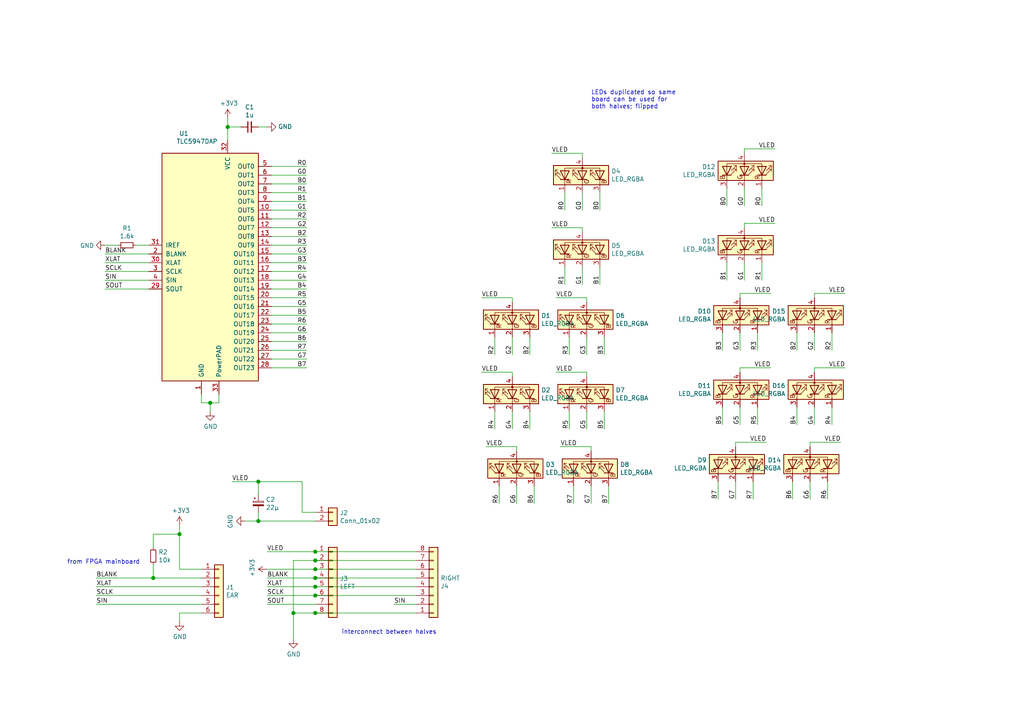
<source format=kicad_sch>
(kicad_sch (version 20210126) (generator eeschema)
  (paper "A4")
  (lib_symbols
    (symbol "Connector_Generic:Conn_01x02" (pin_names (offset 1.016) hide)
      (property "Reference" "J" (at 0 2.54 0))
      (property "Value" "Conn_01x02" (at 0 -5.08 0))
      (symbol "Conn_01x02_1_1"
        (rectangle (start -1.27 -2.413) (end 0 -2.667) (stroke (width 0.1524)))
        (rectangle (start -1.27 0.127) (end 0 -0.127) (stroke (width 0.1524)))
        (rectangle (start -1.27 1.27) (end 1.27 -3.81) (stroke (width 0.254)) (fill (type background)))
        (pin passive line (at -5.08 0 0) (length 3.81) (name "Pin_1") (number "1"))
        (pin passive line (at -5.08 -2.54 0) (length 3.81) (name "Pin_2") (number "2"))
      )
    )
    (symbol "Connector_Generic:Conn_01x06" (pin_names (offset 1.016) hide)
      (property "Reference" "J" (at 0 7.62 0))
      (property "Value" "Conn_01x06" (at 0 -10.16 0))
      (symbol "Conn_01x06_1_1"
        (rectangle (start -1.27 -4.953) (end 0 -5.207) (stroke (width 0.1524)))
        (rectangle (start -1.27 -7.493) (end 0 -7.747) (stroke (width 0.1524)))
        (rectangle (start -1.27 -2.413) (end 0 -2.667) (stroke (width 0.1524)))
        (rectangle (start -1.27 2.667) (end 0 2.413) (stroke (width 0.1524)))
        (rectangle (start -1.27 5.207) (end 0 4.953) (stroke (width 0.1524)))
        (rectangle (start -1.27 6.35) (end 1.27 -8.89) (stroke (width 0.254)) (fill (type background)))
        (rectangle (start -1.27 0.127) (end 0 -0.127) (stroke (width 0.1524)))
        (pin passive line (at -5.08 5.08 0) (length 3.81) (name "Pin_1") (number "1"))
        (pin passive line (at -5.08 2.54 0) (length 3.81) (name "Pin_2") (number "2"))
        (pin passive line (at -5.08 0 0) (length 3.81) (name "Pin_3") (number "3"))
        (pin passive line (at -5.08 -2.54 0) (length 3.81) (name "Pin_4") (number "4"))
        (pin passive line (at -5.08 -5.08 0) (length 3.81) (name "Pin_5") (number "5"))
        (pin passive line (at -5.08 -7.62 0) (length 3.81) (name "Pin_6") (number "6"))
      )
    )
    (symbol "Connector_Generic:Conn_01x08" (pin_names (offset 1.016) hide)
      (property "Reference" "J" (at 0 10.16 0))
      (property "Value" "Conn_01x08" (at 0 -12.7 0))
      (symbol "Conn_01x08_1_1"
        (rectangle (start -1.27 -4.953) (end 0 -5.207) (stroke (width 0.1524)))
        (rectangle (start -1.27 -7.493) (end 0 -7.747) (stroke (width 0.1524)))
        (rectangle (start -1.27 -10.033) (end 0 -10.287) (stroke (width 0.1524)))
        (rectangle (start -1.27 -2.413) (end 0 -2.667) (stroke (width 0.1524)))
        (rectangle (start -1.27 2.667) (end 0 2.413) (stroke (width 0.1524)))
        (rectangle (start -1.27 5.207) (end 0 4.953) (stroke (width 0.1524)))
        (rectangle (start -1.27 7.747) (end 0 7.493) (stroke (width 0.1524)))
        (rectangle (start -1.27 8.89) (end 1.27 -11.43) (stroke (width 0.254)) (fill (type background)))
        (rectangle (start -1.27 0.127) (end 0 -0.127) (stroke (width 0.1524)))
        (pin passive line (at -5.08 7.62 0) (length 3.81) (name "Pin_1") (number "1"))
        (pin passive line (at -5.08 5.08 0) (length 3.81) (name "Pin_2") (number "2"))
        (pin passive line (at -5.08 2.54 0) (length 3.81) (name "Pin_3") (number "3"))
        (pin passive line (at -5.08 0 0) (length 3.81) (name "Pin_4") (number "4"))
        (pin passive line (at -5.08 -2.54 0) (length 3.81) (name "Pin_5") (number "5"))
        (pin passive line (at -5.08 -5.08 0) (length 3.81) (name "Pin_6") (number "6"))
        (pin passive line (at -5.08 -7.62 0) (length 3.81) (name "Pin_7") (number "7"))
        (pin passive line (at -5.08 -10.16 0) (length 3.81) (name "Pin_8") (number "8"))
      )
    )
    (symbol "Device:C_Polarized_Small" (pin_numbers hide) (pin_names (offset 0.254) hide)
      (property "Reference" "C" (at 0.254 1.778 0))
      (property "Value" "C_Polarized_Small" (at 0.254 -2.032 0))
      (symbol "C_Polarized_Small_0_1"
        (rectangle (start -1.524 -0.3048) (end 1.524 -0.6858) (fill (type outline)))
        (rectangle (start -1.524 0.6858) (end 1.524 0.3048))
        (polyline (pts (xy -1.27 1.524) (xy -0.762 1.524)))
        (polyline (pts (xy -1.016 1.27) (xy -1.016 1.778)))
      )
      (symbol "C_Polarized_Small_1_1"
        (pin passive line (at 0 2.54 270) (length 1.8542) (name "~") (number "1"))
        (pin passive line (at 0 -2.54 90) (length 1.8542) (name "~") (number "2"))
      )
    )
    (symbol "Device:C_Small" (pin_numbers hide) (pin_names (offset 0.254) hide)
      (property "Reference" "C" (at 0.254 1.778 0))
      (property "Value" "C_Small" (at 0.254 -2.032 0))
      (symbol "C_Small_0_1"
        (polyline (pts (xy -1.524 -0.508) (xy 1.524 -0.508)) (stroke (width 0.3302)))
        (polyline (pts (xy -1.524 0.508) (xy 1.524 0.508)) (stroke (width 0.3048)))
      )
      (symbol "C_Small_1_1"
        (pin passive line (at 0 2.54 270) (length 2.032) (name "~") (number "1"))
        (pin passive line (at 0 -2.54 90) (length 2.032) (name "~") (number "2"))
      )
    )
    (symbol "Device:LED_RGBA" (pin_names (offset 0) hide)
      (property "Reference" "D" (at 0 9.398 0))
      (property "Value" "LED_RGBA" (at 0 -8.89 0))
      (symbol "LED_RGBA_0_0"
        (text "B" (at -1.905 -6.35 0) (effects (font (size 1.27 1.27))))
        (text "G" (at -1.905 -1.27 0) (effects (font (size 1.27 1.27))))
        (text "R" (at -1.905 3.81 0) (effects (font (size 1.27 1.27))))
      )
      (symbol "LED_RGBA_0_1"
        (circle (center 2.032 0) (radius 0.254) (fill (type outline)))
        (rectangle (start 1.27 -1.27) (end 1.27 1.27))
        (rectangle (start 1.27 1.27) (end 1.27 1.27))
        (rectangle (start 1.27 3.81) (end 1.27 6.35))
        (rectangle (start 1.27 6.35) (end 1.27 6.35))
        (rectangle (start 2.794 8.382) (end -2.794 -7.62) (stroke (width 0.254)) (fill (type background)))
        (polyline (pts (xy -1.27 -5.08) (xy -2.54 -5.08)))
        (polyline (pts (xy -1.27 -5.08) (xy 1.27 -5.08)))
        (polyline (pts (xy -1.27 -3.81) (xy -1.27 -6.35)) (stroke (width 0.254)))
        (polyline (pts (xy -1.27 0) (xy -2.54 0)))
        (polyline (pts (xy -1.27 1.27) (xy -1.27 -1.27)) (stroke (width 0.254)))
        (polyline (pts (xy -1.27 5.08) (xy -2.54 5.08)))
        (polyline (pts (xy -1.27 5.08) (xy 1.27 5.08)))
        (polyline (pts (xy -1.27 6.35) (xy -1.27 3.81)) (stroke (width 0.254)))
        (polyline (pts (xy 1.27 0) (xy -1.27 0)))
        (polyline (pts (xy 1.27 0) (xy 2.54 0)))
        (polyline (pts (xy -1.27 1.27) (xy -1.27 -1.27) (xy -1.27 -1.27)))
        (polyline (pts (xy -1.27 6.35) (xy -1.27 3.81) (xy -1.27 3.81)))
        (polyline (pts (xy 1.27 -5.08) (xy 2.032 -5.08) (xy 2.032 5.08) (xy 1.27 5.08)))
        (polyline (pts (xy 1.27 -3.81) (xy 1.27 -6.35) (xy -1.27 -5.08) (xy 1.27 -3.81)) (stroke (width 0.254)))
        (polyline (pts (xy 1.27 1.27) (xy 1.27 -1.27) (xy -1.27 0) (xy 1.27 1.27)) (stroke (width 0.254)))
        (polyline (pts (xy 1.27 6.35) (xy 1.27 3.81) (xy -1.27 5.08) (xy 1.27 6.35)) (stroke (width 0.254)))
        (polyline (pts (xy -1.016 -3.81) (xy 0.508 -2.286) (xy -0.254 -2.286) (xy 0.508 -2.286) (xy 0.508 -3.048)))
        (polyline (pts (xy -1.016 1.27) (xy 0.508 2.794) (xy -0.254 2.794) (xy 0.508 2.794) (xy 0.508 2.032)))
        (polyline (pts (xy -1.016 6.35) (xy 0.508 7.874) (xy -0.254 7.874) (xy 0.508 7.874) (xy 0.508 7.112)))
        (polyline (pts (xy 0 -3.81) (xy 1.524 -2.286) (xy 0.762 -2.286) (xy 1.524 -2.286) (xy 1.524 -3.048)))
        (polyline (pts (xy 0 1.27) (xy 1.524 2.794) (xy 0.762 2.794) (xy 1.524 2.794) (xy 1.524 2.032)))
        (polyline (pts (xy 0 6.35) (xy 1.524 7.874) (xy 0.762 7.874) (xy 1.524 7.874) (xy 1.524 7.112)))
      )
      (symbol "LED_RGBA_1_1"
        (pin passive line (at -5.08 5.08 0) (length 2.54) (name "RK") (number "1"))
        (pin passive line (at -5.08 0 0) (length 2.54) (name "GK") (number "2"))
        (pin passive line (at -5.08 -5.08 0) (length 2.54) (name "BK") (number "3"))
        (pin passive line (at 5.08 0 180) (length 2.54) (name "A") (number "4"))
      )
    )
    (symbol "Device:R_Small" (pin_numbers hide) (pin_names (offset 0.254) hide)
      (property "Reference" "R" (at 0.762 0.508 0))
      (property "Value" "R_Small" (at 0.762 -1.016 0))
      (symbol "R_Small_0_1"
        (rectangle (start -0.762 1.778) (end 0.762 -1.778) (stroke (width 0.2032)))
      )
      (symbol "R_Small_1_1"
        (pin passive line (at 0 2.54 270) (length 0.762) (name "~") (number "1"))
        (pin passive line (at 0 -2.54 90) (length 0.762) (name "~") (number "2"))
      )
    )
    (symbol "Driver_LED:TLC5947DAP" (pin_names (offset 1.016))
      (property "Reference" "U" (at -13.97 38.1 0))
      (property "Value" "TLC5947DAP" (at -13.97 35.56 0))
      (symbol "TLC5947DAP_0_1"
        (rectangle (start -13.97 34.29) (end 13.97 -31.75) (stroke (width 0.254)) (fill (type background)))
        (pin power_in line (at -2.54 -35.56 90) (length 3.81) (name "GND") (number "1"))
        (pin output line (at 17.78 17.78 180) (length 3.81) (name "OUT5") (number "10"))
        (pin output line (at 17.78 15.24 180) (length 3.81) (name "OUT6") (number "11"))
        (pin output line (at 17.78 12.7 180) (length 3.81) (name "OUT7") (number "12"))
        (pin output line (at 17.78 10.16 180) (length 3.81) (name "OUT8") (number "13"))
        (pin output line (at 17.78 7.62 180) (length 3.81) (name "OUT9") (number "14"))
        (pin output line (at 17.78 5.08 180) (length 3.81) (name "OUT10") (number "15"))
        (pin output line (at 17.78 2.54 180) (length 3.81) (name "OUT11") (number "16"))
        (pin output line (at 17.78 0 180) (length 3.81) (name "OUT12") (number "17"))
        (pin output line (at 17.78 -2.54 180) (length 3.81) (name "OUT13") (number "18"))
        (pin output line (at 17.78 -5.08 180) (length 3.81) (name "OUT14") (number "19"))
        (pin input line (at -17.78 5.08 0) (length 3.81) (name "BLANK") (number "2"))
        (pin output line (at 17.78 -7.62 180) (length 3.81) (name "OUT15") (number "20"))
        (pin output line (at 17.78 -10.16 180) (length 3.81) (name "OUT16") (number "21"))
        (pin output line (at 17.78 -12.7 180) (length 3.81) (name "OUT17") (number "22"))
        (pin output line (at 17.78 -15.24 180) (length 3.81) (name "OUT18") (number "23"))
        (pin output line (at 17.78 -17.78 180) (length 3.81) (name "OUT19") (number "24"))
        (pin output line (at 17.78 -20.32 180) (length 3.81) (name "OUT20") (number "25"))
        (pin output line (at 17.78 -22.86 180) (length 3.81) (name "OUT21") (number "26"))
        (pin output line (at 17.78 -25.4 180) (length 3.81) (name "OUT22") (number "27"))
        (pin output line (at 17.78 -27.94 180) (length 3.81) (name "OUT23") (number "28"))
        (pin output line (at -17.78 -5.08 0) (length 3.81) (name "SOUT") (number "29"))
        (pin input line (at -17.78 0 0) (length 3.81) (name "SCLK") (number "3"))
        (pin input line (at -17.78 2.54 0) (length 3.81) (name "XLAT") (number "30"))
        (pin input line (at -17.78 7.62 0) (length 3.81) (name "IREF") (number "31"))
        (pin power_in line (at 5.08 38.1 270) (length 3.81) (name "VCC") (number "32"))
        (pin power_in line (at 2.54 -35.56 90) (length 3.81) (name "PowerPAD") (number "33"))
        (pin input line (at -17.78 -2.54 0) (length 3.81) (name "SIN") (number "4"))
        (pin output line (at 17.78 30.48 180) (length 3.81) (name "OUT0") (number "5"))
        (pin output line (at 17.78 27.94 180) (length 3.81) (name "OUT1") (number "6"))
        (pin output line (at 17.78 25.4 180) (length 3.81) (name "OUT2") (number "7"))
        (pin output line (at 17.78 22.86 180) (length 3.81) (name "OUT3") (number "8"))
        (pin output line (at 17.78 20.32 180) (length 3.81) (name "OUT4") (number "9"))
      )
    )
    (symbol "power:+3V3" (power) (pin_names (offset 0))
      (property "Value" "+3V3" (at 0 3.556 0))
      (symbol "+3V3_0_1"
        (polyline (pts (xy -0.762 1.27) (xy 0 2.54)))
        (polyline (pts (xy 0 0) (xy 0 2.54)))
        (polyline (pts (xy 0 2.54) (xy 0.762 1.27)))
      )
      (symbol "+3V3_1_1"
        (pin power_in line (at 0 0 90) (length 0) hide (name "+3V3") (number "1"))
      )
    )
    (symbol "power:GND" (power) (pin_names (offset 0))
      (property "Value" "GND" (at 0 -3.81 0))
      (symbol "GND_0_1"
        (polyline (pts (xy 0 0) (xy 0 -1.27) (xy 1.27 -1.27) (xy 0 -2.54) (xy -1.27 -1.27) (xy 0 -1.27)))
      )
      (symbol "GND_1_1"
        (pin power_in line (at 0 0 270) (length 0) hide (name "GND") (number "1"))
      )
    )
  )
  (junction (at 44.45 167.64) (diameter 1.016))
  (junction (at 52.07 154.94) (diameter 1.016))
  (junction (at 60.96 116.84) (diameter 1.016))
  (junction (at 66.04 36.83) (diameter 1.016))
  (junction (at 74.93 139.7) (diameter 1.016))
  (junction (at 74.93 151.13) (diameter 1.016))
  (junction (at 85.09 177.8) (diameter 1.016))
  (junction (at 91.44 160.02) (diameter 1.016))
  (junction (at 91.44 162.56) (diameter 1.016))
  (junction (at 91.44 165.1) (diameter 1.016))
  (junction (at 91.44 167.64) (diameter 1.016))
  (junction (at 91.44 170.18) (diameter 1.016))
  (junction (at 91.44 172.72) (diameter 1.016))
  (junction (at 91.44 177.8) (diameter 1.016))
  (wire (pts (xy 27.94 167.64) (xy 44.45 167.64)))
  (wire (pts (xy 27.94 170.18) (xy 58.42 170.18)))
  (wire (pts (xy 27.94 172.72) (xy 58.42 172.72)))
  (wire (pts (xy 27.94 175.26) (xy 58.42 175.26)))
  (wire (pts (xy 30.48 71.12) (xy 34.29 71.12)))
  (wire (pts (xy 30.48 73.66) (xy 43.18 73.66)))
  (wire (pts (xy 30.48 76.2) (xy 43.18 76.2)))
  (wire (pts (xy 30.48 78.74) (xy 43.18 78.74)))
  (wire (pts (xy 30.48 81.28) (xy 43.18 81.28)))
  (wire (pts (xy 30.48 83.82) (xy 43.18 83.82)))
  (wire (pts (xy 39.37 71.12) (xy 43.18 71.12)))
  (wire (pts (xy 44.45 154.94) (xy 52.07 154.94)))
  (wire (pts (xy 44.45 158.75) (xy 44.45 154.94)))
  (wire (pts (xy 44.45 163.83) (xy 44.45 167.64)))
  (wire (pts (xy 44.45 167.64) (xy 58.42 167.64)))
  (wire (pts (xy 52.07 154.94) (xy 52.07 152.4)))
  (wire (pts (xy 52.07 165.1) (xy 52.07 154.94)))
  (wire (pts (xy 52.07 177.8) (xy 58.42 177.8)))
  (wire (pts (xy 52.07 180.34) (xy 52.07 177.8)))
  (wire (pts (xy 58.42 116.84) (xy 58.42 114.3)))
  (wire (pts (xy 58.42 165.1) (xy 52.07 165.1)))
  (wire (pts (xy 60.96 116.84) (xy 58.42 116.84)))
  (wire (pts (xy 60.96 116.84) (xy 63.5 116.84)))
  (wire (pts (xy 60.96 119.38) (xy 60.96 116.84)))
  (wire (pts (xy 63.5 116.84) (xy 63.5 114.3)))
  (wire (pts (xy 66.04 34.29) (xy 66.04 36.83)))
  (wire (pts (xy 66.04 36.83) (xy 66.04 40.64)))
  (wire (pts (xy 66.04 36.83) (xy 69.85 36.83)))
  (wire (pts (xy 67.31 139.7) (xy 74.93 139.7)))
  (wire (pts (xy 71.12 151.13) (xy 74.93 151.13)))
  (wire (pts (xy 74.93 36.83) (xy 77.47 36.83)))
  (wire (pts (xy 74.93 139.7) (xy 74.93 143.51)))
  (wire (pts (xy 74.93 139.7) (xy 87.63 139.7)))
  (wire (pts (xy 74.93 148.59) (xy 74.93 151.13)))
  (wire (pts (xy 74.93 151.13) (xy 91.44 151.13)))
  (wire (pts (xy 77.47 160.02) (xy 91.44 160.02)))
  (wire (pts (xy 77.47 165.1) (xy 91.44 165.1)))
  (wire (pts (xy 77.47 167.64) (xy 91.44 167.64)))
  (wire (pts (xy 77.47 170.18) (xy 91.44 170.18)))
  (wire (pts (xy 77.47 172.72) (xy 91.44 172.72)))
  (wire (pts (xy 77.47 175.26) (xy 91.44 175.26)))
  (wire (pts (xy 78.74 48.26) (xy 88.9 48.26)))
  (wire (pts (xy 78.74 50.8) (xy 88.9 50.8)))
  (wire (pts (xy 78.74 53.34) (xy 88.9 53.34)))
  (wire (pts (xy 78.74 55.88) (xy 88.9 55.88)))
  (wire (pts (xy 78.74 58.42) (xy 88.9 58.42)))
  (wire (pts (xy 78.74 60.96) (xy 88.9 60.96)))
  (wire (pts (xy 78.74 63.5) (xy 88.9 63.5)))
  (wire (pts (xy 78.74 66.04) (xy 88.9 66.04)))
  (wire (pts (xy 78.74 68.58) (xy 88.9 68.58)))
  (wire (pts (xy 78.74 71.12) (xy 88.9 71.12)))
  (wire (pts (xy 78.74 73.66) (xy 88.9 73.66)))
  (wire (pts (xy 78.74 76.2) (xy 88.9 76.2)))
  (wire (pts (xy 78.74 78.74) (xy 88.9 78.74)))
  (wire (pts (xy 78.74 81.28) (xy 88.9 81.28)))
  (wire (pts (xy 78.74 83.82) (xy 88.9 83.82)))
  (wire (pts (xy 78.74 86.36) (xy 88.9 86.36)))
  (wire (pts (xy 78.74 88.9) (xy 88.9 88.9)))
  (wire (pts (xy 78.74 91.44) (xy 88.9 91.44)))
  (wire (pts (xy 78.74 93.98) (xy 88.9 93.98)))
  (wire (pts (xy 78.74 96.52) (xy 88.9 96.52)))
  (wire (pts (xy 78.74 99.06) (xy 88.9 99.06)))
  (wire (pts (xy 78.74 101.6) (xy 88.9 101.6)))
  (wire (pts (xy 78.74 104.14) (xy 88.9 104.14)))
  (wire (pts (xy 78.74 106.68) (xy 88.9 106.68)))
  (wire (pts (xy 85.09 162.56) (xy 85.09 177.8)))
  (wire (pts (xy 85.09 177.8) (xy 85.09 185.42)))
  (wire (pts (xy 85.09 177.8) (xy 91.44 177.8)))
  (wire (pts (xy 87.63 139.7) (xy 87.63 148.59)))
  (wire (pts (xy 87.63 148.59) (xy 91.44 148.59)))
  (wire (pts (xy 91.44 160.02) (xy 120.65 160.02)))
  (wire (pts (xy 91.44 162.56) (xy 85.09 162.56)))
  (wire (pts (xy 91.44 165.1) (xy 120.65 165.1)))
  (wire (pts (xy 91.44 167.64) (xy 120.65 167.64)))
  (wire (pts (xy 91.44 170.18) (xy 120.65 170.18)))
  (wire (pts (xy 91.44 172.72) (xy 120.65 172.72)))
  (wire (pts (xy 91.44 177.8) (xy 120.65 177.8)))
  (wire (pts (xy 114.3 175.26) (xy 120.65 175.26)))
  (wire (pts (xy 120.65 162.56) (xy 91.44 162.56)))
  (wire (pts (xy 139.7 86.36) (xy 148.59 86.36)))
  (wire (pts (xy 139.7 107.95) (xy 148.59 107.95)))
  (wire (pts (xy 140.97 129.54) (xy 149.86 129.54)))
  (wire (pts (xy 143.51 97.79) (xy 143.51 102.87)))
  (wire (pts (xy 143.51 119.38) (xy 143.51 124.46)))
  (wire (pts (xy 144.78 140.97) (xy 144.78 146.05)))
  (wire (pts (xy 148.59 87.63) (xy 148.59 86.36)))
  (wire (pts (xy 148.59 97.79) (xy 148.59 102.87)))
  (wire (pts (xy 148.59 109.22) (xy 148.59 107.95)))
  (wire (pts (xy 148.59 119.38) (xy 148.59 124.46)))
  (wire (pts (xy 149.86 130.81) (xy 149.86 129.54)))
  (wire (pts (xy 149.86 140.97) (xy 149.86 146.05)))
  (wire (pts (xy 153.67 97.79) (xy 153.67 102.87)))
  (wire (pts (xy 153.67 119.38) (xy 153.67 124.46)))
  (wire (pts (xy 154.94 140.97) (xy 154.94 146.05)))
  (wire (pts (xy 160.02 44.45) (xy 168.91 44.45)))
  (wire (pts (xy 160.02 66.04) (xy 168.91 66.04)))
  (wire (pts (xy 161.29 86.36) (xy 170.18 86.36)))
  (wire (pts (xy 161.29 107.95) (xy 170.18 107.95)))
  (wire (pts (xy 162.56 129.54) (xy 171.45 129.54)))
  (wire (pts (xy 163.83 55.88) (xy 163.83 60.96)))
  (wire (pts (xy 163.83 77.47) (xy 163.83 82.55)))
  (wire (pts (xy 165.1 97.79) (xy 165.1 102.87)))
  (wire (pts (xy 165.1 119.38) (xy 165.1 124.46)))
  (wire (pts (xy 166.37 140.97) (xy 166.37 146.05)))
  (wire (pts (xy 168.91 45.72) (xy 168.91 44.45)))
  (wire (pts (xy 168.91 55.88) (xy 168.91 60.96)))
  (wire (pts (xy 168.91 67.31) (xy 168.91 66.04)))
  (wire (pts (xy 168.91 77.47) (xy 168.91 82.55)))
  (wire (pts (xy 170.18 87.63) (xy 170.18 86.36)))
  (wire (pts (xy 170.18 97.79) (xy 170.18 102.87)))
  (wire (pts (xy 170.18 109.22) (xy 170.18 107.95)))
  (wire (pts (xy 170.18 119.38) (xy 170.18 124.46)))
  (wire (pts (xy 171.45 130.81) (xy 171.45 129.54)))
  (wire (pts (xy 171.45 140.97) (xy 171.45 146.05)))
  (wire (pts (xy 173.99 55.88) (xy 173.99 60.96)))
  (wire (pts (xy 173.99 77.47) (xy 173.99 82.55)))
  (wire (pts (xy 175.26 97.79) (xy 175.26 102.87)))
  (wire (pts (xy 175.26 119.38) (xy 175.26 124.46)))
  (wire (pts (xy 176.53 140.97) (xy 176.53 146.05)))
  (wire (pts (xy 208.28 139.7) (xy 208.28 144.78)))
  (wire (pts (xy 209.55 96.52) (xy 209.55 101.6)))
  (wire (pts (xy 209.55 118.11) (xy 209.55 123.19)))
  (wire (pts (xy 210.82 54.61) (xy 210.82 59.69)))
  (wire (pts (xy 210.82 76.2) (xy 210.82 81.28)))
  (wire (pts (xy 213.36 129.54) (xy 213.36 128.27)))
  (wire (pts (xy 213.36 139.7) (xy 213.36 144.78)))
  (wire (pts (xy 214.63 86.36) (xy 214.63 85.09)))
  (wire (pts (xy 214.63 96.52) (xy 214.63 101.6)))
  (wire (pts (xy 214.63 107.95) (xy 214.63 106.68)))
  (wire (pts (xy 214.63 118.11) (xy 214.63 123.19)))
  (wire (pts (xy 215.9 44.45) (xy 215.9 43.18)))
  (wire (pts (xy 215.9 54.61) (xy 215.9 59.69)))
  (wire (pts (xy 215.9 66.04) (xy 215.9 64.77)))
  (wire (pts (xy 215.9 76.2) (xy 215.9 81.28)))
  (wire (pts (xy 218.44 139.7) (xy 218.44 144.78)))
  (wire (pts (xy 219.71 96.52) (xy 219.71 101.6)))
  (wire (pts (xy 219.71 118.11) (xy 219.71 123.19)))
  (wire (pts (xy 220.98 54.61) (xy 220.98 59.69)))
  (wire (pts (xy 220.98 76.2) (xy 220.98 81.28)))
  (wire (pts (xy 222.25 128.27) (xy 213.36 128.27)))
  (wire (pts (xy 223.52 85.09) (xy 214.63 85.09)))
  (wire (pts (xy 223.52 106.68) (xy 214.63 106.68)))
  (wire (pts (xy 224.79 43.18) (xy 215.9 43.18)))
  (wire (pts (xy 224.79 64.77) (xy 215.9 64.77)))
  (wire (pts (xy 229.87 139.7) (xy 229.87 144.78)))
  (wire (pts (xy 231.14 96.52) (xy 231.14 101.6)))
  (wire (pts (xy 231.14 118.11) (xy 231.14 123.19)))
  (wire (pts (xy 234.95 129.54) (xy 234.95 128.27)))
  (wire (pts (xy 234.95 139.7) (xy 234.95 144.78)))
  (wire (pts (xy 236.22 86.36) (xy 236.22 85.09)))
  (wire (pts (xy 236.22 96.52) (xy 236.22 101.6)))
  (wire (pts (xy 236.22 107.95) (xy 236.22 106.68)))
  (wire (pts (xy 236.22 118.11) (xy 236.22 123.19)))
  (wire (pts (xy 240.03 139.7) (xy 240.03 144.78)))
  (wire (pts (xy 241.3 96.52) (xy 241.3 101.6)))
  (wire (pts (xy 241.3 118.11) (xy 241.3 123.19)))
  (wire (pts (xy 243.84 128.27) (xy 234.95 128.27)))
  (wire (pts (xy 245.11 85.09) (xy 236.22 85.09)))
  (wire (pts (xy 245.11 106.68) (xy 236.22 106.68)))
  (text "from FPGA mainboard" (at 40.64 163.83 180) (effects (font (size 1.27 1.27)) (justify right bottom)))
  (text "interconnect between halves" (at 99.06 184.15 0) (effects (font (size 1.27 1.27)) (justify left bottom)))
  (text "LEDs duplicated so same\nboard can be used for\nboth halves; flipped" (at 171.45 31.75 0) (effects (font (size 1.27 1.27)) (justify left bottom)))
  (label "BLANK" (at 27.94 167.64 0))
  (label "XLAT" (at 27.94 170.18 0))
  (label "SCLK" (at 27.94 172.72 0))
  (label "SIN" (at 27.94 175.26 0))
  (label "BLANK" (at 30.48 73.66 0))
  (label "XLAT" (at 30.48 76.2 0))
  (label "SCLK" (at 30.48 78.74 0))
  (label "SIN" (at 30.48 81.28 0))
  (label "SOUT" (at 30.48 83.82 0))
  (label "VLED" (at 67.31 139.7 0))
  (label "VLED" (at 77.47 160.02 0))
  (label "BLANK" (at 77.47 167.64 0))
  (label "XLAT" (at 77.47 170.18 0))
  (label "SCLK" (at 77.47 172.72 0))
  (label "SOUT" (at 77.47 175.26 0))
  (label "R0" (at 88.9 48.26 180))
  (label "G0" (at 88.9 50.8 180))
  (label "B0" (at 88.9 53.34 180))
  (label "R1" (at 88.9 55.88 180))
  (label "B1" (at 88.9 58.42 180))
  (label "G1" (at 88.9 60.96 180))
  (label "R2" (at 88.9 63.5 180))
  (label "G2" (at 88.9 66.04 180))
  (label "B2" (at 88.9 68.58 180))
  (label "R3" (at 88.9 71.12 180))
  (label "G3" (at 88.9 73.66 180))
  (label "B3" (at 88.9 76.2 180))
  (label "R4" (at 88.9 78.74 180))
  (label "G4" (at 88.9 81.28 180))
  (label "B4" (at 88.9 83.82 180))
  (label "R5" (at 88.9 86.36 180))
  (label "G5" (at 88.9 88.9 180))
  (label "B5" (at 88.9 91.44 180))
  (label "R6" (at 88.9 93.98 180))
  (label "G6" (at 88.9 96.52 180))
  (label "B6" (at 88.9 99.06 180))
  (label "R7" (at 88.9 101.6 180))
  (label "G7" (at 88.9 104.14 180))
  (label "B7" (at 88.9 106.68 180))
  (label "SIN" (at 114.3 175.26 0))
  (label "VLED" (at 139.7 86.36 0))
  (label "VLED" (at 139.7 107.95 0))
  (label "VLED" (at 140.97 129.54 0))
  (label "R2" (at 143.51 102.87 90))
  (label "R4" (at 143.51 124.46 90))
  (label "R6" (at 144.78 146.05 90))
  (label "G2" (at 148.59 102.87 90))
  (label "G4" (at 148.59 124.46 90))
  (label "G6" (at 149.86 146.05 90))
  (label "B2" (at 153.67 102.87 90))
  (label "B4" (at 153.67 124.46 90))
  (label "B6" (at 154.94 146.05 90))
  (label "VLED" (at 160.02 44.45 0))
  (label "VLED" (at 160.02 66.04 0))
  (label "VLED" (at 161.29 86.36 0))
  (label "VLED" (at 161.29 107.95 0))
  (label "VLED" (at 162.56 129.54 0))
  (label "R0" (at 163.83 60.96 90))
  (label "R1" (at 163.83 82.55 90))
  (label "R3" (at 165.1 102.87 90))
  (label "R5" (at 165.1 124.46 90))
  (label "R7" (at 166.37 146.05 90))
  (label "G0" (at 168.91 60.96 90))
  (label "G1" (at 168.91 82.55 90))
  (label "G3" (at 170.18 102.87 90))
  (label "G5" (at 170.18 124.46 90))
  (label "G7" (at 171.45 146.05 90))
  (label "B0" (at 173.99 60.96 90))
  (label "B1" (at 173.99 82.55 90))
  (label "B3" (at 175.26 102.87 90))
  (label "B5" (at 175.26 124.46 90))
  (label "B7" (at 176.53 146.05 90))
  (label "B7" (at 208.28 144.78 90))
  (label "B3" (at 209.55 101.6 90))
  (label "B5" (at 209.55 123.19 90))
  (label "B0" (at 210.82 59.69 90))
  (label "B1" (at 210.82 81.28 90))
  (label "G7" (at 213.36 144.78 90))
  (label "G3" (at 214.63 101.6 90))
  (label "G5" (at 214.63 123.19 90))
  (label "G0" (at 215.9 59.69 90))
  (label "G1" (at 215.9 81.28 90))
  (label "R7" (at 218.44 144.78 90))
  (label "R3" (at 219.71 101.6 90))
  (label "R5" (at 219.71 123.19 90))
  (label "R0" (at 220.98 59.69 90))
  (label "R1" (at 220.98 81.28 90))
  (label "VLED" (at 222.25 128.27 180))
  (label "VLED" (at 223.52 85.09 180))
  (label "VLED" (at 223.52 106.68 180))
  (label "VLED" (at 224.79 43.18 180))
  (label "VLED" (at 224.79 64.77 180))
  (label "B6" (at 229.87 144.78 90))
  (label "B2" (at 231.14 101.6 90))
  (label "B4" (at 231.14 123.19 90))
  (label "G6" (at 234.95 144.78 90))
  (label "G2" (at 236.22 101.6 90))
  (label "G4" (at 236.22 123.19 90))
  (label "R6" (at 240.03 144.78 90))
  (label "R2" (at 241.3 101.6 90))
  (label "R4" (at 241.3 123.19 90))
  (label "VLED" (at 243.84 128.27 180))
  (label "VLED" (at 245.11 85.09 180))
  (label "VLED" (at 245.11 106.68 180))
  (symbol (lib_id "power:+3V3") (at 52.07 152.4 0) (unit 1)
    (property "Reference" "#PWR0108" (effects hide))
    (property "Value" "+3V3" (at 52.4383 148.0756 0))
  )
  (symbol (lib_id "power:+3V3") (at 66.04 34.29 0) (unit 1)
    (property "Reference" "#PWR0101" (effects hide))
    (property "Value" "+3V3" (at 66.4083 29.9656 0))
  )
  (symbol (lib_id "power:+3V3") (at 77.47 165.1 90) (unit 1)
    (property "Reference" "#PWR0106" (effects hide))
    (property "Value" "+3V3" (at 73.1456 164.7317 0))
  )
  (symbol (lib_id "power:GND") (at 30.48 71.12 270) (unit 1)
    (property "Reference" "#PWR0103" (effects hide))
    (property "Value" "GND" (at 27.305 71.2343 90) (effects (justify right)))
  )
  (symbol (lib_id "power:GND") (at 52.07 180.34 0) (unit 1)
    (property "Reference" "#PWR0107" (effects hide))
    (property "Value" "GND" (at 52.1843 184.6644 0))
  )
  (symbol (lib_id "power:GND") (at 60.96 119.38 0) (unit 1)
    (property "Reference" "#PWR0104" (effects hide))
    (property "Value" "GND" (at 61.0743 123.7044 0))
  )
  (symbol (lib_id "power:GND") (at 71.12 151.13 270) (unit 1)
    (property "Reference" "#PWR0109" (effects hide))
    (property "Value" "GND" (at 66.7956 151.2443 0))
  )
  (symbol (lib_id "power:GND") (at 77.47 36.83 90) (unit 1)
    (property "Reference" "#PWR0102" (effects hide))
    (property "Value" "GND" (at 80.6451 36.7157 90) (effects (justify right)))
  )
  (symbol (lib_id "power:GND") (at 85.09 185.42 0) (unit 1)
    (property "Reference" "#PWR0105" (effects hide))
    (property "Value" "GND" (at 85.2043 189.7444 0))
  )
  (symbol (lib_id "Device:R_Small") (at 36.83 71.12 90) (unit 1)
    (property "Reference" "R1" (at 36.83 66.1732 90))
    (property "Value" "1.6k" (at 36.83 68.472 90))
    (property "Footprint" "Resistor_SMD:R_0603_1608Metric" (effects hide))
  )
  (symbol (lib_id "Device:R_Small") (at 44.45 161.29 0) (unit 1)
    (property "Reference" "R2" (at 45.9487 160.1406 0) (effects (justify left)))
    (property "Value" "10k" (at 45.949 162.439 0) (effects (justify left)))
    (property "Footprint" "Resistor_SMD:R_0603_1608Metric" (effects hide))
  )
  (symbol (lib_id "Device:C_Polarized_Small") (at 74.93 146.05 0) (unit 1)
    (property "Reference" "C2" (at 77.0891 144.9006 0) (effects (justify left)))
    (property "Value" "22µ" (at 77.089 147.199 0) (effects (justify left)))
    (property "Footprint" "Capacitor_Tantalum_SMD:CP_EIA-3216-10_Kemet-I" (effects hide))
  )
  (symbol (lib_id "Device:C_Small") (at 72.39 36.83 90) (unit 1)
    (property "Reference" "C1" (at 72.39 31.0577 90))
    (property "Value" "1u" (at 72.39 33.356 90))
    (property "Footprint" "Capacitor_SMD:C_0805_2012Metric" (effects hide))
  )
  (symbol (lib_id "Connector_Generic:Conn_01x02") (at 96.52 148.59 0) (unit 1)
    (property "Reference" "J2" (at 98.5521 148.7614 0) (effects (justify left)))
    (property "Value" "Conn_01x02" (at 98.5521 151.0601 0) (effects (justify left)))
    (property "Footprint" "Connector_PinSocket_2.00mm:PinSocket_1x02_P2.00mm_Horizontal" (effects hide))
  )
  (symbol (lib_id "Connector_Generic:Conn_01x06") (at 63.5 170.18 0) (unit 1)
    (property "Reference" "J1" (at 65.5321 170.3514 0) (effects (justify left)))
    (property "Value" "EAR" (at 65.532 172.65 0) (effects (justify left)))
    (property "Footprint" "Connector_PinHeader_2.00mm:PinHeader_1x06_P2.00mm_Vertical_SMD_Pin1Left" (effects hide))
  )
  (symbol (lib_id "Connector_Generic:Conn_01x08") (at 96.52 167.64 0) (unit 1)
    (property "Reference" "J3" (at 98.5521 167.8114 0) (effects (justify left)))
    (property "Value" "LEFT" (at 98.552 170.11 0) (effects (justify left)))
    (property "Footprint" "Connector_PinSocket_2.00mm:PinSocket_1x08_P2.00mm_Vertical_SMD_Pin1Left" (effects hide))
  )
  (symbol (lib_id "Connector_Generic:Conn_01x08") (at 125.73 170.18 0) (mirror x) (unit 1)
    (property "Reference" "J4" (at 127.7621 170.0086 0) (effects (justify left)))
    (property "Value" "RIGHT" (at 127.762 167.71 0) (effects (justify left)))
    (property "Footprint" "Connector_PinSocket_2.00mm:PinSocket_1x08_P2.00mm_Vertical_SMD_Pin1Left" (effects hide))
  )
  (symbol (lib_id "Device:LED_RGBA") (at 148.59 92.71 90) (unit 1)
    (property "Reference" "D1" (at 156.9721 91.5606 90) (effects (justify right)))
    (property "Value" "LED_RGBA" (at 156.9721 93.8593 90) (effects (justify right)))
  )
  (symbol (lib_id "Device:LED_RGBA") (at 148.59 114.3 90) (unit 1)
    (property "Reference" "D2" (at 156.9721 113.1506 90) (effects (justify right)))
    (property "Value" "LED_RGBA" (at 156.9721 115.4493 90) (effects (justify right)))
  )
  (symbol (lib_id "Device:LED_RGBA") (at 149.86 135.89 90) (unit 1)
    (property "Reference" "D3" (at 158.2421 134.7406 90) (effects (justify right)))
    (property "Value" "LED_RGBA" (at 158.2421 137.0393 90) (effects (justify right)))
  )
  (symbol (lib_id "Device:LED_RGBA") (at 168.91 50.8 90) (unit 1)
    (property "Reference" "D4" (at 177.2921 49.6506 90) (effects (justify right)))
    (property "Value" "LED_RGBA" (at 177.2921 51.9493 90) (effects (justify right)))
  )
  (symbol (lib_id "Device:LED_RGBA") (at 168.91 72.39 90) (unit 1)
    (property "Reference" "D5" (at 177.2921 71.2406 90) (effects (justify right)))
    (property "Value" "LED_RGBA" (at 177.2921 73.5393 90) (effects (justify right)))
  )
  (symbol (lib_id "Device:LED_RGBA") (at 170.18 92.71 90) (unit 1)
    (property "Reference" "D6" (at 178.5621 91.5606 90) (effects (justify right)))
    (property "Value" "LED_RGBA" (at 178.5621 93.8593 90) (effects (justify right)))
  )
  (symbol (lib_id "Device:LED_RGBA") (at 170.18 114.3 90) (unit 1)
    (property "Reference" "D7" (at 178.5621 113.1506 90) (effects (justify right)))
    (property "Value" "LED_RGBA" (at 178.5621 115.4493 90) (effects (justify right)))
  )
  (symbol (lib_id "Device:LED_RGBA") (at 171.45 135.89 90) (unit 1)
    (property "Reference" "D8" (at 179.8321 134.7406 90) (effects (justify right)))
    (property "Value" "LED_RGBA" (at 179.8321 137.0393 90) (effects (justify right)))
  )
  (symbol (lib_id "Device:LED_RGBA") (at 213.36 134.62 270) (mirror x) (unit 1)
    (property "Reference" "D9" (at 204.9779 133.4706 90) (effects (justify right)))
    (property "Value" "LED_RGBA" (at 204.9779 135.7693 90) (effects (justify right)))
  )
  (symbol (lib_id "Device:LED_RGBA") (at 214.63 91.44 270) (mirror x) (unit 1)
    (property "Reference" "D10" (at 206.2479 90.2906 90) (effects (justify right)))
    (property "Value" "LED_RGBA" (at 206.2479 92.5893 90) (effects (justify right)))
  )
  (symbol (lib_id "Device:LED_RGBA") (at 214.63 113.03 270) (mirror x) (unit 1)
    (property "Reference" "D11" (at 206.2479 111.8806 90) (effects (justify right)))
    (property "Value" "LED_RGBA" (at 206.2479 114.1793 90) (effects (justify right)))
  )
  (symbol (lib_id "Device:LED_RGBA") (at 215.9 49.53 270) (mirror x) (unit 1)
    (property "Reference" "D12" (at 207.5179 48.3806 90) (effects (justify right)))
    (property "Value" "LED_RGBA" (at 207.5179 50.6793 90) (effects (justify right)))
  )
  (symbol (lib_id "Device:LED_RGBA") (at 215.9 71.12 270) (mirror x) (unit 1)
    (property "Reference" "D13" (at 207.5179 69.9706 90) (effects (justify right)))
    (property "Value" "LED_RGBA" (at 207.5179 72.2693 90) (effects (justify right)))
  )
  (symbol (lib_id "Device:LED_RGBA") (at 234.95 134.62 270) (mirror x) (unit 1)
    (property "Reference" "D14" (at 226.5679 133.4706 90) (effects (justify right)))
    (property "Value" "LED_RGBA" (at 226.5679 135.7693 90) (effects (justify right)))
  )
  (symbol (lib_id "Device:LED_RGBA") (at 236.22 91.44 270) (mirror x) (unit 1)
    (property "Reference" "D15" (at 227.8379 90.2906 90) (effects (justify right)))
    (property "Value" "LED_RGBA" (at 227.8379 92.5893 90) (effects (justify right)))
  )
  (symbol (lib_id "Device:LED_RGBA") (at 236.22 113.03 270) (mirror x) (unit 1)
    (property "Reference" "D16" (at 227.8379 111.8806 90) (effects (justify right)))
    (property "Value" "LED_RGBA" (at 227.8379 114.1793 90) (effects (justify right)))
  )
  (symbol (lib_id "Driver_LED:TLC5947DAP") (at 60.96 78.74 0) (unit 1)
    (property "Reference" "U1" (at 53.34 38.7158 0))
    (property "Value" "TLC5947DAP" (at 57.15 41.0145 0))
    (property "Footprint" "Package_SO:HTSSOP-32-1EP_6.1x11mm_P0.65mm_EP5.2x11mm_Mask4.11x4.36mm_ThermalVias" (effects hide))
    (property "Datasheet" "http://www.ti.com/lit/ds/symlink/tlc5947.pdf" (effects hide))
  )
)
</source>
